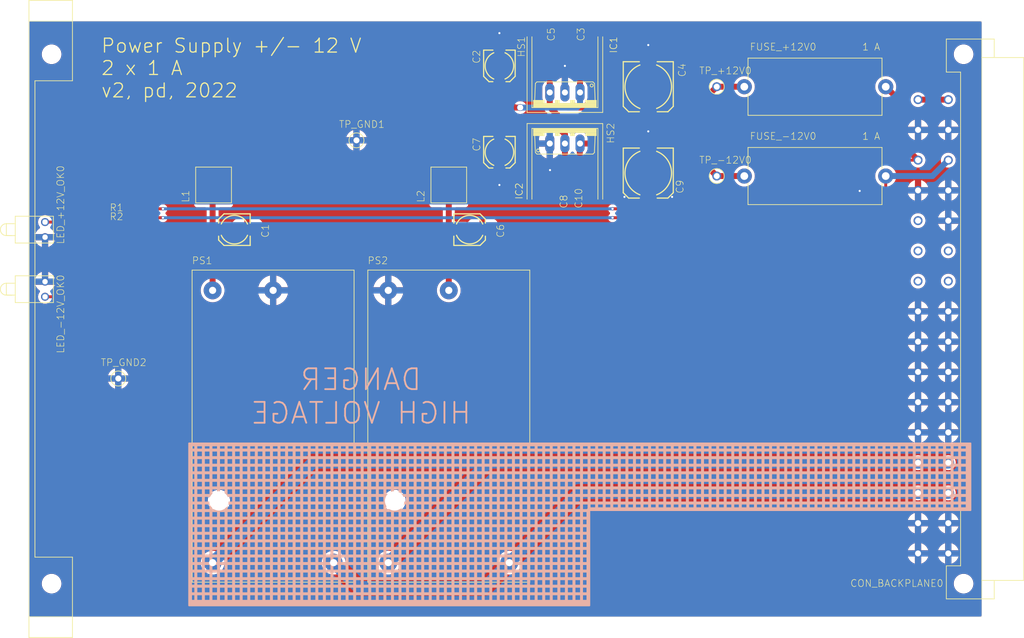
<source format=kicad_pcb>
(kicad_pcb (version 20241229) (generator "pcbnew") (generator_version "9.0")
  (layers (0 "F.Cu" signal) (2 "B.Cu" signal) (13 "F.Paste" user) (15 "B.Paste" user) (5 "F.SilkS" user "F.Silkscreen") (7 "B.SilkS" user "B.Silkscreen") (1 "F.Mask" user) (3 "B.Mask" user) (25 "Edge.Cuts" user))
  (net 0 "")
  (net 1 "GND")
  (net 2 "+5V")
  (net 3 "N")
  (net 4 "L")
  (net 5 "N$12")
  (net 6 "N$7")
  (net 7 "N$8")
  (net 8 "+12V")
  (net 9 "-12V")
  (net 10 "BITE_PS_12V_TS1")
  (net 11 "BITE_PS_12V_TS2")
  (net 12 "N$2")
  (net 13 "N$1")
  (net 14 "N$3")
  (net 15 "BITE_PS_5V_TS1")
  (net 16 "BITE_PS_+5V_CURRENT")
  (net 17 "BITE_PS_5V_TS2")
  (net 18 "N$4")
  (net 19 "N$5")
  (footprint "C0603_18640681" (layer "F.Cu") (at 161.0011 81.0036 90)
    (property "Reference" "C10" (at -5.5 0.5 90) (layer "F.SilkS") (effects (font (size 1.176528 1.176528) (thickness 0.093472)) (justify left bottom)))
    (property "Value" "100n")
    (pad "1" smd rect (at -0.85 0 90) (size 1.1 1) (layers "F.Cu" "F.Mask" "F.Paste") (net 1 "GND"))
    (pad "2" smd rect (at 0.85 0 90) (size 1.1 1) (layers "F.Cu" "F.Mask" "F.Paste") (net 14 "N$3"))
  )
  (footprint "153CLV-0505_18640681" (layer "F.Cu") (at 103.0011 90.0036 180)
    (property "Reference" "C1" (at -4.5 1 90) (layer "F.SilkS") (effects (font (size 1.176528 1.176528) (thickness 0.093472)) (justify right top)))
    (property "Value" "22u/25V")
    (fp_line (start 2.65 1.75) (end 1.75 2.65) (stroke (width 0.2032)) (layer "F.SilkS"))
    (fp_line (start 2.65 1.1) (end 2.65 1.75) (stroke (width 0.2032)) (layer "F.SilkS"))
    (fp_line (start 2.65 -1.75) (end 2.65 -1.1) (stroke (width 0.2032)) (layer "F.SilkS"))
    (fp_line (start 1.75 2.65) (end -2.65 2.65) (stroke (width 0.2032)) (layer "F.SilkS"))
    (fp_line (start 1.75 -2.65) (end 2.65 -1.75) (stroke (width 0.2032)) (layer "F.SilkS"))
    (fp_line (start -2.65 2.65) (end -2.65 1.1) (stroke (width 0.2032)) (layer "F.SilkS"))
    (fp_line (start -2.65 -1.1) (end -2.65 -2.65) (stroke (width 0.2032)) (layer "F.SilkS"))
    (fp_line (start -2.65 -2.65) (end 1.75 -2.65) (stroke (width 0.2032)) (layer "F.SilkS"))
    (fp_arc (start 2.2 0.95) (mid 0 2.396351) (end -2.2 0.95) (stroke (width 0.2032)) (layer "F.SilkS"))
    (fp_arc (start -2.2 -0.95) (mid 0 -2.396351) (end 2.2 -0.95) (stroke (width 0.2032)) (layer "F.SilkS"))
    (pad "+" smd rect (at 2.2 0 180) (size 3 1.6) (layers "F.Cu" "F.Mask" "F.Paste") (net 18 "N$4"))
    (pad "-" smd rect (at -2.2 0 180) (size 3 1.6) (layers "F.Cu" "F.Mask" "F.Paste") (net 1 "GND"))
  )
  (footprint "FK_237_SA_220_O_33584193" (layer "F.Cu") (at 158.5011 73.0036)
    (property "Reference" "HS2" (at 7 -1 90) (layer "F.SilkS") (effects (font (size 1.176528 1.176528) (thickness 0.093472)) (justify right top)))
    (property "Value" "FK 237 SA 220 O")
    (fp_line (start -6.35 -0.81) (end 6.35 -0.81) (stroke (width 0.127)) (layer "F.SilkS"))
    (fp_line (start -6.35 11.89) (end -6.35 -0.81) (stroke (width 0.127)) (layer "F.SilkS"))
    (fp_line (start -5.54 0) (end -5.54 11.89) (stroke (width 0.127)) (layer "F.SilkS"))
    (fp_line (start -5.54 0) (end 5.54 0) (stroke (width 0.127)) (layer "F.SilkS"))
    (fp_line (start 5.54 0) (end 5.54 11.89) (stroke (width 0.127)) (layer "F.SilkS"))
    (fp_line (start 6.35 -0.81) (end 6.35 11.89) (stroke (width 0.127)) (layer "F.SilkS"))
  )
  (footprint "VLS6045AF-101M_31421361" (layer "F.Cu") (at 139.0011 82.5036 -90)
    (property "Reference" "L2" (at 3 4 90) (layer "F.SilkS") (effects (font (size 1.176528 1.176528) (thickness 0.093472)) (justify left bottom)))
    (property "Value" "VLS6045AF-101M")
    (fp_line (start -3 3) (end 3 3) (stroke (width 0.127)) (layer "F.SilkS"))
    (fp_line (start 3 3) (end 3 -3) (stroke (width 0.127)) (layer "F.SilkS"))
    (fp_line (start -3 -3) (end -3 3) (stroke (width 0.127)) (layer "F.SilkS"))
    (fp_line (start 3 -3) (end -3 -3) (stroke (width 0.127)) (layer "F.SilkS"))
    (pad "1" smd rect (at -2.1 0) (size 5.5 2.3) (layers "F.Cu" "F.Mask" "F.Paste") (net 13 "N$1"))
    (pad "2" smd rect (at 2.1 0) (size 5.5 2.3) (layers "F.Cu" "F.Mask" "F.Paste") (net 19 "N$5"))
  )
  (footprint "0031.8201_24323731" (layer "F.Cu") (at 200.5011 66.0036)
    (property "Reference" "FUSE_+12V0" (at -11 -6 0) (layer "F.SilkS") (effects (font (size 1.177908 1.177908) (thickness 0.093582)) (justify left bottom)))
    (property "Value" "0031.8201")
    (fp_line (start -11.25 -4.8) (end 11.25 -4.8) (stroke (width 0.127)) (layer "F.SilkS"))
    (fp_line (start -11.25 -1.2) (end -11.25 -4.8) (stroke (width 0.127)) (layer "F.SilkS"))
    (fp_line (start -11.25 4.8) (end -11.25 1.2) (stroke (width 0.127)) (layer "F.SilkS"))
    (fp_line (start 11.25 -4.8) (end 11.25 -1.2) (stroke (width 0.127)) (layer "F.SilkS"))
    (fp_line (start 11.25 1.2) (end 11.25 4.8) (stroke (width 0.127)) (layer "F.SilkS"))
    (fp_line (start 11.25 4.8) (end -11.25 4.8) (stroke (width 0.127)) (layer "F.SilkS"))
    (pad "1" thru_hole circle (at -11.875 0) (size 2.54 2.54) (drill 1.3) (layers "*.Cu" "*.Mask") (net 7 "N$8"))
    (pad "2" thru_hole circle (at 11.875 0) (size 2.54 2.54) (drill 1.3) (layers "*.Cu" "*.Mask") (net 8 "+12V"))
  )
  (footprint "R0603_18640681" (layer "F.Cu") (at 80.0011 88.0036 180)
    (property "Reference" "R2" (at -2 -0.5 0) (layer "F.SilkS") (effects (font (size 1.176528 1.176528) (thickness 0.093472)) (justify left bottom)))
    (property "Value" "680")
    (pad "1" smd rect (at -0.85 0 180) (size 1 1.1) (layers "F.Cu" "F.Mask" "F.Paste") (net 9 "-12V"))
    (pad "2" smd rect (at 0.85 0 180) (size 1 1.1) (layers "F.Cu" "F.Mask" "F.Paste") (net 12 "N$2"))
  )
  (footprint "153CLV-0505_18640681" (layer "F.Cu") (at 147.5011 62.5036 -90)
    (property "Reference" "C2" (at -2.74 4.52 90) (layer "F.SilkS") (effects (font (size 1.176528 1.176528) (thickness 0.093472)) (justify right top)))
    (property "Value" "22u/25V")
    (fp_line (start -2.65 2.65) (end -2.65 1.1) (stroke (width 0.2032)) (layer "F.SilkS"))
    (fp_line (start 1.75 2.65) (end -2.65 2.65) (stroke (width 0.2032)) (layer "F.SilkS"))
    (fp_line (start 2.65 1.75) (end 1.75 2.65) (stroke (width 0.2032)) (layer "F.SilkS"))
    (fp_line (start 2.65 1.1) (end 2.65 1.75) (stroke (width 0.2032)) (layer "F.SilkS"))
    (fp_line (start -2.65 -1.1) (end -2.65 -2.65) (stroke (width 0.2032)) (layer "F.SilkS"))
    (fp_line (start 2.65 -1.75) (end 2.65 -1.1) (stroke (width 0.2032)) (layer "F.SilkS"))
    (fp_line (start -2.65 -2.65) (end 1.75 -2.65) (stroke (width 0.2032)) (layer "F.SilkS"))
    (fp_line (start 1.75 -2.65) (end 2.65 -1.75) (stroke (width 0.2032)) (layer "F.SilkS"))
    (fp_arc (start 2.2 0.95) (mid 0 2.396351) (end -2.2 0.95) (stroke (width 0.2032)) (layer "F.SilkS"))
    (fp_arc (start -2.2 -0.95) (mid 0 -2.396351) (end 2.2 -0.95) (stroke (width 0.2032)) (layer "F.SilkS"))
    (pad "+" smd rect (at 2.2 0 270) (size 3 1.6) (layers "F.Cu" "F.Mask" "F.Paste") (net 5 "N$12"))
    (pad "-" smd rect (at -2.2 0 270) (size 3 1.6) (layers "F.Cu" "F.Mask" "F.Paste") (net 1 "GND"))
  )
  (footprint "C0603_18640681" (layer "F.Cu") (at 161.0011 61.5036 90)
    (property "Reference" "C3" (at 5.5 -0.5 90) (layer "F.SilkS") (effects (font (size 1.176528 1.176528) (thickness 0.093472)) (justify right top)))
    (property "Value" "100n")
    (pad "1" smd rect (at -0.85 0 90) (size 1.1 1) (layers "F.Cu" "F.Mask" "F.Paste") (net 5 "N$12"))
    (pad "2" smd rect (at 0.85 0 90) (size 1.1 1) (layers "F.Cu" "F.Mask" "F.Paste") (net 1 "GND"))
  )
  (footprint "VLS6045AF-101M_31421361" (layer "F.Cu") (at 99.5011 82.5036 90)
    (property "Reference" "L1" (at -3 -4 90) (layer "F.SilkS") (effects (font (size 1.176528 1.176528) (thickness 0.093472)) (justify left bottom)))
    (property "Value" "VLS6045AF-101M")
    (fp_line (start 3 -3) (end -3 -3) (stroke (width 0.127)) (layer "F.SilkS"))
    (fp_line (start -3 -3) (end -3 3) (stroke (width 0.127)) (layer "F.SilkS"))
    (fp_line (start 3 3) (end 3 -3) (stroke (width 0.127)) (layer "F.SilkS"))
    (fp_line (start -3 3) (end 3 3) (stroke (width 0.127)) (layer "F.SilkS"))
    (pad "1" smd rect (at -2.1 0 180) (size 5.5 2.3) (layers "F.Cu" "F.Mask" "F.Paste") (net 18 "N$4"))
    (pad "2" smd rect (at 2.1 0 180) (size 5.5 2.3) (layers "F.Cu" "F.Mask" "F.Paste") (net 5 "N$12"))
  )
  (footprint "C0603_18640681" (layer "F.Cu") (at 156.0011 61.5036 90)
    (property "Reference" "C5" (at 5.5 -0.5 90) (layer "F.SilkS") (effects (font (size 1.176528 1.176528) (thickness 0.093472)) (justify right top)))
    (property "Value" "100n")
    (pad "1" smd rect (at -0.85 0 90) (size 1.1 1) (layers "F.Cu" "F.Mask" "F.Paste") (net 7 "N$8"))
    (pad "2" smd rect (at 0.85 0 90) (size 1.1 1) (layers "F.Cu" "F.Mask" "F.Paste") (net 1 "GND"))
  )
  (footprint "TMLM_201XX_35462927" (layer "F.Cu") (at 109.5011 123.0036)
    (property "Reference" "PS1" (at -13.687 -27.111 0) (layer "F.SilkS") (effects (font (size 1.176528 1.176528) (thickness 0.093472)) (justify left bottom)))
    (property "Value" "TMLM_20115")
    (fp_line (start -13.6 26.2) (end -13.6 -26.2) (stroke (width 0.127)) (layer "F.SilkS"))
    (fp_line (start 13.6 -26.2) (end -13.6 -26.2) (stroke (width 0.127)) (layer "F.SilkS"))
    (fp_line (start 13.6 26.2) (end -13.6 26.2) (stroke (width 0.127)) (layer "F.SilkS"))
    (fp_line (start 13.6 26.2) (end 13.6 -26.2) (stroke (width 0.127)) (layer "F.SilkS"))
    (pad "" np_thru_hole circle (at -9.1 12.55) (size 3.25 3.25) (drill 3.25) (layers "*.Cu" "*.Mask"))
    (pad "2" thru_hole circle (at -10.16 -22.8 180) (size 3 3) (drill 1.2) (layers "*.Cu" "*.Mask") (net 18 "N$4"))
    (pad "3" thru_hole circle (at 0 -22.8 180) (size 3 3) (drill 1.2) (layers "*.Cu" "*.Mask") (net 1 "GND"))
    (pad "5" thru_hole circle (at 10.16 22.92 180) (size 3 3) (drill 1.2) (layers "*.Cu" "*.Mask") (net 4 "L"))
    (pad "6" thru_hole circle (at -10.16 22.92 180) (size 3 3) (drill 1.2) (layers "*.Cu" "*.Mask") (net 3 "N"))
  )
  (footprint "TMLM_201XX_35462927" (layer "F.Cu") (at 139.0011 123.0036)
    (property "Reference" "PS2" (at -13.687 -27.111 0) (layer "F.SilkS") (effects (font (size 1.176528 1.176528) (thickness 0.093472)) (justify left bottom)))
    (property "Value" "TMLM_20115")
    (fp_line (start -13.6 26.2) (end -13.6 -26.2) (stroke (width 0.127)) (layer "F.SilkS"))
    (fp_line (start 13.6 -26.2) (end -13.6 -26.2) (stroke (width 0.127)) (layer "F.SilkS"))
    (fp_line (start 13.6 26.2) (end -13.6 26.2) (stroke (width 0.127)) (layer "F.SilkS"))
    (fp_line (start 13.6 26.2) (end 13.6 -26.2) (stroke (width 0.127)) (layer "F.SilkS"))
    (pad "" np_thru_hole circle (at -9.1 12.55) (size 3.25 3.25) (drill 3.25) (layers "*.Cu" "*.Mask"))
    (pad "2" thru_hole circle (at -10.16 -22.8 180) (size 3 3) (drill 1.2) (layers "*.Cu" "*.Mask") (net 1 "GND"))
    (pad "3" thru_hole circle (at 0 -22.8 180) (size 3 3) (drill 1.2) (layers "*.Cu" "*.Mask") (net 19 "N$5"))
    (pad "5" thru_hole circle (at 10.16 22.92 180) (size 3 3) (drill 1.2) (layers "*.Cu" "*.Mask") (net 4 "L"))
    (pad "6" thru_hole circle (at -10.16 22.92 180) (size 3 3) (drill 1.2) (layers "*.Cu" "*.Mask") (net 3 "N"))
  )
  (footprint "0031.8201_24323731" (layer "F.Cu") (at 200.5011 81.0036)
    (property "Reference" "FUSE_-12V0" (at -11 -6 0) (layer "F.SilkS") (effects (font (size 1.177908 1.177908) (thickness 0.093582)) (justify left bottom)))
    (property "Value" "0031.8201")
    (fp_line (start -11.25 -4.8) (end 11.25 -4.8) (stroke (width 0.127)) (layer "F.SilkS"))
    (fp_line (start -11.25 -1.2) (end -11.25 -4.8) (stroke (width 0.127)) (layer "F.SilkS"))
    (fp_line (start -11.25 4.8) (end -11.25 1.2) (stroke (width 0.127)) (layer "F.SilkS"))
    (fp_line (start 11.25 -4.8) (end 11.25 -1.2) (stroke (width 0.127)) (layer "F.SilkS"))
    (fp_line (start 11.25 1.2) (end 11.25 4.8) (stroke (width 0.127)) (layer "F.SilkS"))
    (fp_line (start 11.25 4.8) (end -11.25 4.8) (stroke (width 0.127)) (layer "F.SilkS"))
    (pad "1" thru_hole circle (at -11.875 0) (size 2.54 2.54) (drill 1.3) (layers "*.Cu" "*.Mask") (net 14 "N$3"))
    (pad "2" thru_hole circle (at 11.875 0) (size 2.54 2.54) (drill 1.3) (layers "*.Cu" "*.Mask") (net 9 "-12V"))
  )
  (footprint "60807-011_33573280" (layer "F.Cu") (at 72.3011 105.0036)
    (property "Reference" "PCB_BRACKET0" (hide yes))
    (property "Value" "60807-011" (hide yes))
    (fp_line (start -3.8 -53.5) (end -3.8 -50) (stroke (width 0.127)) (layer "F.SilkS"))
    (fp_line (start -3.8 -50) (end -3.8 50) (stroke (width 0.127)) (layer "F.SilkS"))
    (fp_line (start -3.8 50) (end -3.8 53.5) (stroke (width 0.127)) (layer "F.SilkS"))
    (fp_line (start -3.8 50) (end 3.5 50) (stroke (width 0.127)) (layer "F.SilkS"))
    (fp_line (start -3.8 53.5) (end 3.5 53.5) (stroke (width 0.127)) (layer "F.SilkS"))
    (fp_line (start -2.8 40) (end -2.8 -40) (stroke (width 0.127)) (layer "F.SilkS"))
    (fp_line (start -2.8 40) (end 3.5 40) (stroke (width 0.127)) (layer "F.SilkS"))
    (fp_line (start 3.5 -53.5) (end -3.8 -53.5) (stroke (width 0.127)) (layer "F.SilkS"))
    (fp_line (start 3.5 -50) (end -3.8 -50) (stroke (width 0.127)) (layer "F.SilkS"))
    (fp_line (start 3.5 -50) (end 3.5 -53.5) (stroke (width 0.127)) (layer "F.SilkS"))
    (fp_line (start 3.5 -50) (end 3.5 -40) (stroke (width 0.127)) (layer "F.SilkS"))
    (fp_line (start 3.5 -40) (end -2.8 -40) (stroke (width 0.127)) (layer "F.SilkS"))
    (fp_line (start 3.5 40) (end 3.5 50) (stroke (width 0.127)) (layer "F.SilkS"))
    (fp_line (start 3.5 53.5) (end 3.5 50) (stroke (width 0.127)) (layer "F.SilkS"))
    (pad "" np_thru_hole circle (at 0 -44.45) (size 2.8 2.8) (drill 2.8) (layers "*.Cu" "*.Mask"))
    (pad "" np_thru_hole circle (at 0 44.45) (size 2.8 2.8) (drill 2.8) (layers "*.Cu" "*.Mask"))
  )
  (footprint "153CLV-0505_18640681" (layer "F.Cu") (at 147.5011 77.0036 -90)
    (property "Reference" "C7" (at -2.5 4.5 90) (layer "F.SilkS") (effects (font (size 1.176528 1.176528) (thickness 0.093472)) (justify right top)))
    (property "Value" "22u/25V")
    (fp_line (start -2.65 2.65) (end -2.65 1.1) (stroke (width 0.2032)) (layer "F.SilkS"))
    (fp_line (start 1.75 2.65) (end -2.65 2.65) (stroke (width 0.2032)) (layer "F.SilkS"))
    (fp_line (start 2.65 1.75) (end 1.75 2.65) (stroke (width 0.2032)) (layer "F.SilkS"))
    (fp_line (start 2.65 1.1) (end 2.65 1.75) (stroke (width 0.2032)) (layer "F.SilkS"))
    (fp_line (start -2.65 -1.1) (end -2.65 -2.65) (stroke (width 0.2032)) (layer "F.SilkS"))
    (fp_line (start 2.65 -1.75) (end 2.65 -1.1) (stroke (width 0.2032)) (layer "F.SilkS"))
    (fp_line (start -2.65 -2.65) (end 1.75 -2.65) (stroke (width 0.2032)) (layer "F.SilkS"))
    (fp_line (start 1.75 -2.65) (end 2.65 -1.75) (stroke (width 0.2032)) (layer "F.SilkS"))
    (fp_arc (start 2.2 0.95) (mid 0 2.396351) (end -2.2 0.95) (stroke (width 0.2032)) (layer "F.SilkS"))
    (fp_arc (start -2.2 -0.95) (mid 0 -2.396351) (end 2.2 -0.95) (stroke (width 0.2032)) (layer "F.SilkS"))
    (pad "+" smd rect (at 2.2 0 270) (size 3 1.6) (layers "F.Cu" "F.Mask" "F.Paste") (net 1 "GND"))
    (pad "-" smd rect (at -2.2 0 270) (size 3 1.6) (layers "F.Cu" "F.Mask" "F.Paste") (net 13 "N$1"))
  )
  (footprint "113-314-04_33630242" (layer "F.Cu") (at 71.2011 90.0036 -90)
    (property "Reference" "LED_+12V_OK0" (at 2.5 -3.3 90) (layer "F.SilkS") (effects (font (size 1.176528 1.176528) (thickness 0.093472)) (justify left bottom)))
    (property "Value" "113-314-04")
    (fp_line (start -1 6.5) (end 1 6.5) (stroke (width 0.127)) (layer "F.SilkS"))
    (fp_line (start 1 6.5) (end 1 5) (stroke (width 0.127)) (layer "F.SilkS"))
    (fp_line (start 1.016 5.588) (end 1 6.5) (stroke (width 0.127)) (layer "F.SilkS"))
    (fp_line (start -2.25 5) (end -1 5) (stroke (width 0.127)) (layer "F.SilkS"))
    (fp_line (start -1 5) (end -1 6.5) (stroke (width 0.127)) (layer "F.SilkS"))
    (fp_line (start -1 5) (end 1 5) (stroke (width 0.127)) (layer "F.SilkS"))
    (fp_line (start 1 5) (end 2.25 5) (stroke (width 0.127)) (layer "F.SilkS"))
    (fp_line (start 2.25 5) (end 2.25 -1.4) (stroke (width 0.127)) (layer "F.SilkS"))
    (fp_line (start -2.25 -1.4) (end -2.25 5) (stroke (width 0.127)) (layer "F.SilkS"))
    (fp_line (start -2.25 -1.4) (end 2.25 -1.4) (stroke (width 0.127)) (layer "F.SilkS"))
    (fp_arc (start 1 6.5) (mid 0 7.5) (end -1 6.5) (stroke (width 0.127)) (layer "F.SilkS"))
    (pad "+" thru_hole circle (at -1.27 0 270) (size 1.35 1.35) (drill 0.9) (layers "*.Cu" "*.Mask") (net 6 "N$7"))
    (pad "-" thru_hole circle (at 1.27 0 270) (size 1.35 1.35) (drill 0.9) (layers "*.Cu" "*.Mask") (net 1 "GND"))
  )
  (footprint "RSPRO-1MM-TERMINAL-POST-2622034_23908750" (layer "F.Cu") (at 184.0011 66.0036)
    (property "Reference" "TP_+12V0" (at -3 -2 0) (layer "F.SilkS") (effects (font (size 1.176528 1.176528) (thickness 0.093472)) (justify left bottom)))
    (property "Value" "" (hide yes))
    (fp_circle (center 0 0) (end 1.25 0) (stroke (width 0.127)) (fill no) (layer "F.SilkS"))
    (pad "P$1" thru_hole circle (at 0 0) (size 1.5 1.5) (drill 1) (layers "*.Cu" "*.Mask") (net 7 "N$8"))
  )
  (footprint "09031326921_33573412" (layer "F.Cu") (at 228.5011 105.0036 90)
    (property "Reference" "CON_BACKPLANE0" (at -45.08 -22.14 0) (layer "F.SilkS") (effects (font (size 1.176528 1.176528) (thickness 0.093472)) (justify left bottom)))
    (property "Value" "09031326921")
    (fp_line (start 47 -5.95) (end 47 0) (stroke (width 0.127)) (layer "F.SilkS"))
    (fp_line (start 41.45 -5.95) (end 47 -5.95) (stroke (width 0.127)) (layer "F.SilkS"))
    (fp_line (start -41.45 -5.95) (end -41.45 -3.55) (stroke (width 0.127)) (layer "F.SilkS"))
    (fp_line (start -47 -5.95) (end -41.45 -5.95) (stroke (width 0.127)) (layer "F.SilkS"))
    (fp_line (start 41.45 -3.55) (end 41.45 -5.95) (stroke (width 0.127)) (layer "F.SilkS"))
    (fp_line (start -41.45 -3.55) (end 41.45 -3.55) (stroke (width 0.127)) (layer "F.SilkS"))
    (fp_line (start 47 0) (end 43.9 0) (stroke (width 0.127)) (layer "F.SilkS"))
    (fp_line (start 47 0) (end 47 2.1) (stroke (width 0.127)) (layer "F.SilkS"))
    (fp_line (start 43.9 0) (end -43.9 0) (stroke (width 0.127)) (layer "F.SilkS"))
    (fp_line (start -43.9 0) (end -47 0) (stroke (width 0.127)) (layer "F.SilkS"))
    (fp_line (start -43.9 0) (end -43.9 7.05) (stroke (width 0.127)) (layer "F.SilkS"))
    (fp_line (start -47 0) (end -47 -5.95) (stroke (width 0.127)) (layer "F.SilkS"))
    (fp_line (start -47 0) (end -47 2.1) (stroke (width 0.127)) (layer "F.SilkS"))
    (fp_line (start 47 2.1) (end 44 2.1) (stroke (width 0.127)) (layer "F.SilkS"))
    (fp_line (start -47 2.1) (end -44 2.1) (stroke (width 0.127)) (layer "F.SilkS"))
    (fp_line (start 43.9 7.05) (end 43.9 0) (stroke (width 0.127)) (layer "F.SilkS"))
    (fp_line (start -43.9 7.05) (end 43.9 7.05) (stroke (width 0.127)) (layer "F.SilkS"))
    (pad "" np_thru_hole circle (at -44.45 -3.05 90) (size 2.8 2.8) (drill 2.8) (layers "*.Cu" "*.Mask"))
    (pad "" np_thru_hole circle (at 44.45 -3.05 90) (size 2.8 2.8) (drill 2.8) (layers "*.Cu" "*.Mask"))
    (pad "1" thru_hole circle (at 36.83 -10.7 90) (size 1.5 1.5) (drill 1) (layers "*.Cu" "*.Mask") (net 2 "+5V"))
    (pad "2" thru_hole circle (at 36.83 -5.62 90) (size 1.5 1.5) (drill 1) (layers "*.Cu" "*.Mask") (net 2 "+5V"))
    (pad "3" thru_hole circle (at 31.75 -10.7 90) (size 1.5 1.5) (drill 1) (layers "*.Cu" "*.Mask") (net 1 "GND"))
    (pad "4" thru_hole circle (at 31.75 -5.62 90) (size 1.5 1.5) (drill 1) (layers "*.Cu" "*.Mask") (net 1 "GND"))
    (pad "5" thru_hole circle (at 26.67 -10.7 90) (size 1.5 1.5) (drill 1) (layers "*.Cu" "*.Mask") (net 8 "+12V"))
    (pad "6" thru_hole circle (at 26.67 -5.62 90) (size 1.5 1.5) (drill 1) (layers "*.Cu" "*.Mask") (net 9 "-12V"))
    (pad "7" thru_hole circle (at 21.59 -10.7 90) (size 1.5 1.5) (drill 1) (layers "*.Cu" "*.Mask") (net 1 "GND"))
    (pad "8" thru_hole circle (at 21.59 -5.62 90) (size 1.5 1.5) (drill 1) (layers "*.Cu" "*.Mask") (net 1 "GND"))
    (pad "9" thru_hole circle (at 16.51 -10.7 90) (size 1.5 1.5) (drill 1) (layers "*.Cu" "*.Mask") (net 16 "BITE_PS_+5V_CURRENT"))
    (pad "10" thru_hole circle (at 16.51 -5.62 90) (size 1.5 1.5) (drill 1) (layers "*.Cu" "*.Mask") (net 1 "GND"))
    (pad "11" thru_hole circle (at 11.43 -10.7 90) (size 1.5 1.5) (drill 1) (layers "*.Cu" "*.Mask") (net 15 "BITE_PS_5V_TS1"))
    (pad "12" thru_hole circle (at 11.43 -5.62 90) (size 1.5 1.5) (drill 1) (layers "*.Cu" "*.Mask") (net 17 "BITE_PS_5V_TS2"))
    (pad "13" thru_hole circle (at 6.35 -10.7 90) (size 1.5 1.5) (drill 1) (layers "*.Cu" "*.Mask") (net 10 "BITE_PS_12V_TS1"))
    (pad "14" thru_hole circle (at 6.35 -5.62 90) (size 1.5 1.5) (drill 1) (layers "*.Cu" "*.Mask") (net 11 "BITE_PS_12V_TS2"))
    (pad "15" thru_hole circle (at 1.27 -10.7 90) (size 1.5 1.5) (drill 1) (layers "*.Cu" "*.Mask") (net 1 "GND"))
    (pad "16" thru_hole circle (at 1.27 -5.62 90) (size 1.5 1.5) (drill 1) (layers "*.Cu" "*.Mask") (net 1 "GND"))
    (pad "17" thru_hole circle (at -3.81 -10.7 90) (size 1.5 1.5) (drill 1) (layers "*.Cu" "*.Mask") (net 1 "GND"))
    (pad "18" thru_hole circle (at -3.81 -5.62 90) (size 1.5 1.5) (drill 1) (layers "*.Cu" "*.Mask") (net 1 "GND"))
    (pad "19" thru_hole circle (at -8.89 -10.7 90) (size 1.5 1.5) (drill 1) (layers "*.Cu" "*.Mask") (net 1 "GND"))
    (pad "20" thru_hole circle (at -8.89 -5.62 90) (size 1.5 1.5) (drill 1) (layers "*.Cu" "*.Mask") (net 1 "GND"))
    (pad "21" thru_hole circle (at -13.97 -10.7 90) (size 1.5 1.5) (drill 1) (layers "*.Cu" "*.Mask") (net 1 "GND"))
    (pad "22" thru_hole circle (at -13.97 -5.62 90) (size 1.5 1.5) (drill 1) (layers "*.Cu" "*.Mask") (net 1 "GND"))
    (pad "23" thru_hole circle (at -19.05 -10.7 90) (size 1.5 1.5) (drill 1) (layers "*.Cu" "*.Mask") (net 1 "GND"))
    (pad "24" thru_hole circle (at -19.05 -5.62 90) (size 1.5 1.5) (drill 1) (layers "*.Cu" "*.Mask") (net 1 "GND"))
    (pad "25" thru_hole circle (at -24.13 -10.7 90) (size 1.5 1.5) (drill 1) (layers "*.Cu" "*.Mask") (net 3 "N"))
    (pad "26" thru_hole circle (at -24.13 -5.62 90) (size 1.5 1.5) (drill 1) (layers "*.Cu" "*.Mask") (net 3 "N"))
    (pad "27" thru_hole circle (at -29.21 -10.7 90) (size 1.5 1.5) (drill 1) (layers "*.Cu" "*.Mask") (net 4 "L"))
    (pad "28" thru_hole circle (at -29.21 -5.62 90) (size 1.5 1.5) (drill 1) (layers "*.Cu" "*.Mask") (net 4 "L"))
    (pad "29" thru_hole circle (at -34.29 -10.7 90) (size 1.5 1.5) (drill 1) (layers "*.Cu" "*.Mask") (net 1 "GND"))
    (pad "30" thru_hole circle (at -34.29 -5.62 90) (size 1.5 1.5) (drill 1) (layers "*.Cu" "*.Mask") (net 1 "GND"))
    (pad "31" thru_hole circle (at -39.37 -10.7 90) (size 1.5 1.5) (drill 1) (layers "*.Cu" "*.Mask") (net 1 "GND"))
    (pad "32" thru_hole circle (at -39.37 -5.62 90) (size 1.5 1.5) (drill 1) (layers "*.Cu" "*.Mask") (net 1 "GND"))
  )
  (footprint "L7912CV_35690127" (layer "F.Cu") (at 158.5011 73.0036)
    (property "Reference" "IC2" (at -7 12 90) (layer "F.SilkS") (effects (font (size 1.1557 1.1557) (thickness 0.1143)) (justify left bottom)))
    (property "Value" "L7912CV")
    (fp_line (start -4.953 4.064) (end -5.08 1.143) (stroke (width 0.127)) (layer "F.SilkS"))
    (fp_line (start -4.953 4.064) (end -4.699 4.318) (stroke (width 0.127)) (layer "F.SilkS"))
    (fp_line (start 4.699 4.318) (end -4.699 4.318) (stroke (width 0.127)) (layer "F.SilkS"))
    (fp_line (start 4.699 4.318) (end 4.953 4.064) (stroke (width 0.127)) (layer "F.SilkS"))
    (fp_line (start 5.08 1.143) (end 4.953 4.064) (stroke (width 0.127)) (layer "F.SilkS"))
    (fp_circle (center -4.4958 3.7084) (end -4.2418 3.7084) (stroke (width 0.127)) (fill no) (layer "F.SilkS"))
    (fp_poly (pts (xy -5.334 0.762) (xy 5.334 0.762) (xy 5.334 0) (xy -5.334 0)) (fill yes) (layer "F.SilkS"))
    (fp_poly (pts (xy -5.334 1.27) (xy -3.429 1.27) (xy -3.429 0.762) (xy -5.334 0.762)) (fill yes) (layer "F.SilkS"))
    (fp_poly (pts (xy -1.651 1.27) (xy -0.889 1.27) (xy -0.889 0.762) (xy -1.651 0.762)) (fill yes) (layer "F.SilkS"))
    (fp_poly (pts (xy 0.889 1.27) (xy 1.651 1.27) (xy 1.651 0.762) (xy 0.889 0.762)) (fill yes) (layer "F.SilkS"))
    (fp_poly (pts (xy 3.429 1.27) (xy 5.334 1.27) (xy 5.334 0.762) (xy 3.429 0.762)) (fill yes) (layer "F.SilkS"))
    (pad "1" thru_hole oval (at -2.54 2.54 90) (size 3.048 1.524) (drill 1.016) (layers "*.Cu" "*.Mask") (net 1 "GND"))
    (pad "2" thru_hole oval (at 0 2.54 90) (size 3.048 1.524) (drill 1.016) (layers "*.Cu" "*.Mask") (net 13 "N$1"))
    (pad "3" thru_hole oval (at 2.54 2.54 90) (size 3.048 1.524) (drill 1.016) (layers "*.Cu" "*.Mask") (net 14 "N$3"))
  )
  (footprint "R0603_18640681" (layer "F.Cu") (at 80.0011 86.5036)
    (property "Reference" "R1" (at 2 0.5 0) (layer "F.SilkS") (effects (font (size 1.176528 1.176528) (thickness 0.093472)) (justify left bottom)))
    (property "Value" "680")
    (pad "1" smd rect (at -0.85 0) (size 1 1.1) (layers "F.Cu" "F.Mask" "F.Paste") (net 6 "N$7"))
    (pad "2" smd rect (at 0.85 0) (size 1 1.1) (layers "F.Cu" "F.Mask" "F.Paste") (net 8 "+12V"))
  )
  (footprint "RSPRO-1MM-TERMINAL-POST-2622034_23908750" (layer "F.Cu") (at 83.5011 115.0036)
    (property "Reference" "TP_GND2" (at -3 -2 0) (layer "F.SilkS") (effects (font (size 1.176528 1.176528) (thickness 0.093472)) (justify left bottom)))
    (property "Value" "" (hide yes))
    (fp_circle (center 0 0) (end 1.25 0) (stroke (width 0.127)) (fill no) (layer "F.SilkS"))
    (pad "P$1" thru_hole circle (at 0 0) (size 1.5 1.5) (drill 1) (layers "*.Cu" "*.Mask") (net 1 "GND"))
  )
  (footprint "RSPRO-1MM-TERMINAL-POST-2622034_23908750" (layer "F.Cu") (at 184.0011 81.0036)
    (property "Reference" "TP_-12V0" (at -3 -2 0) (layer "F.SilkS") (effects (font (size 1.176528 1.176528) (thickness 0.093472)) (justify left bottom)))
    (property "Value" "" (hide yes))
    (fp_circle (center 0 0) (end 1.25 0) (stroke (width 0.127)) (fill no) (layer "F.SilkS"))
    (pad "P$1" thru_hole circle (at 0 0) (size 1.5 1.5) (drill 1) (layers "*.Cu" "*.Mask") (net 14 "N$3"))
  )
  (footprint "C0603_18640681" (layer "F.Cu") (at 158.5011 81.0036 90)
    (property "Reference" "C8" (at -5.5 0.5 90) (layer "F.SilkS") (effects (font (size 1.176528 1.176528) (thickness 0.093472)) (justify left bottom)))
    (property "Value" "100n")
    (pad "1" smd rect (at -0.85 0 90) (size 1.1 1) (layers "F.Cu" "F.Mask" "F.Paste") (net 1 "GND"))
    (pad "2" smd rect (at 0.85 0 90) (size 1.1 1) (layers "F.Cu" "F.Mask" "F.Paste") (net 13 "N$1"))
  )
  (footprint "153CLV-0810_18640681" (layer "F.Cu") (at 172.5011 66.0036 -90)
    (property "Reference" "C4" (at -4 -5 90) (layer "F.SilkS") (effects (font (size 1.176528 1.176528) (thickness 0.093472)) (justify right top)))
    (property "Value" "100u/25V")
    (fp_line (start -4.2 4.2) (end -4.2 1.5) (stroke (width 0.2032)) (layer "F.SilkS"))
    (fp_line (start 3.3 4.2) (end -4.2 4.2) (stroke (width 0.2032)) (layer "F.SilkS"))
    (fp_line (start 4.2 3.3) (end 3.3 4.2) (stroke (width 0.2032)) (layer "F.SilkS"))
    (fp_line (start 4.2 1.5) (end 4.2 3.3) (stroke (width 0.2032)) (layer "F.SilkS"))
    (fp_line (start -4.2 -1.5) (end -4.2 -4.2) (stroke (width 0.2032)) (layer "F.SilkS"))
    (fp_line (start 4.2 -3.3) (end 4.2 -1.5) (stroke (width 0.2032)) (layer "F.SilkS"))
    (fp_line (start -4.2 -4.2) (end 3.3 -4.2) (stroke (width 0.2032)) (layer "F.SilkS"))
    (fp_line (start 3.3 -4.2) (end 4.2 -3.3) (stroke (width 0.2032)) (layer "F.SilkS"))
    (fp_arc (start 3.65 1.4) (mid 0 3.909284) (end -3.65 1.4) (stroke (width 0.2032)) (layer "F.SilkS"))
    (fp_arc (start -3.65 -1.4) (mid 0 -3.909284) (end 3.65 -1.4) (stroke (width 0.2032)) (layer "F.SilkS"))
    (pad "+" smd rect (at 3.25 0 270) (size 3.5 2.5) (layers "F.Cu" "F.Mask" "F.Paste") (net 7 "N$8"))
    (pad "-" smd rect (at -3.25 0 270) (size 3.5 2.5) (layers "F.Cu" "F.Mask" "F.Paste") (net 1 "GND"))
  )
  (footprint "L7812CV_35690097" (layer "F.Cu") (at 158.5011 69.5036 180)
    (property "Reference" "IC1" (at -7.5 12 90) (layer "F.SilkS") (effects (font (size 1.1557 1.1557) (thickness 0.1143)) (justify right top)))
    (property "Value" "L7812CV")
    (fp_line (start 5.08 1.143) (end 4.953 4.064) (stroke (width 0.127)) (layer "F.SilkS"))
    (fp_line (start 4.699 4.318) (end 4.953 4.064) (stroke (width 0.127)) (layer "F.SilkS"))
    (fp_line (start 4.699 4.318) (end -4.699 4.318) (stroke (width 0.127)) (layer "F.SilkS"))
    (fp_line (start -4.953 4.064) (end -4.699 4.318) (stroke (width 0.127)) (layer "F.SilkS"))
    (fp_line (start -4.953 4.064) (end -5.08 1.143) (stroke (width 0.127)) (layer "F.SilkS"))
    (fp_circle (center -4.4958 3.7084) (end -4.2418 3.7084) (stroke (width 0.127)) (fill no) (layer "F.SilkS"))
    (fp_poly (pts (xy 3.429 1.27) (xy 5.334 1.27) (xy 5.334 0.762) (xy 3.429 0.762)) (fill yes) (layer "F.SilkS"))
    (fp_poly (pts (xy 0.889 1.27) (xy 1.651 1.27) (xy 1.651 0.762) (xy 0.889 0.762)) (fill yes) (layer "F.SilkS"))
    (fp_poly (pts (xy -1.651 1.27) (xy -0.889 1.27) (xy -0.889 0.762) (xy -1.651 0.762)) (fill yes) (layer "F.SilkS"))
    (fp_poly (pts (xy -5.334 1.27) (xy -3.429 1.27) (xy -3.429 0.762) (xy -5.334 0.762)) (fill yes) (layer "F.SilkS"))
    (fp_poly (pts (xy -5.334 0.762) (xy 5.334 0.762) (xy 5.334 0) (xy -5.334 0)) (fill yes) (layer "F.SilkS"))
    (pad "1" thru_hole oval (at -2.54 2.54 270) (size 3.048 1.524) (drill 1.016) (layers "*.Cu" "*.Mask") (net 5 "N$12"))
    (pad "2" thru_hole oval (at 0 2.54 270) (size 3.048 1.524) (drill 1.016) (layers "*.Cu" "*.Mask") (net 1 "GND"))
    (pad "3" thru_hole oval (at 2.54 2.54 270) (size 3.048 1.524) (drill 1.016) (layers "*.Cu" "*.Mask") (net 7 "N$8"))
  )
  (footprint "FK_237_SA_220_O_33584193" (layer "F.Cu") (at 158.5011 69.5036 180)
    (property "Reference" "HS1" (at 8 12 90) (layer "F.SilkS") (effects (font (size 1.176528 1.176528) (thickness 0.093472)) (justify right top)))
    (property "Value" "FK 237 SA 220 O")
    (fp_line (start 6.35 -0.81) (end 6.35 11.89) (stroke (width 0.127)) (layer "F.SilkS"))
    (fp_line (start 5.54 0) (end 5.54 11.89) (stroke (width 0.127)) (layer "F.SilkS"))
    (fp_line (start -5.54 0) (end 5.54 0) (stroke (width 0.127)) (layer "F.SilkS"))
    (fp_line (start -5.54 0) (end -5.54 11.89) (stroke (width 0.127)) (layer "F.SilkS"))
    (fp_line (start -6.35 11.89) (end -6.35 -0.81) (stroke (width 0.127)) (layer "F.SilkS"))
    (fp_line (start -6.35 -0.81) (end 6.35 -0.81) (stroke (width 0.127)) (layer "F.SilkS"))
  )
  (footprint "RSPRO-1MM-TERMINAL-POST-2622034_23908750" (layer "F.Cu") (at 123.5011 75.0036)
    (property "Reference" "TP_GND1" (at -3 -2 0) (layer "F.SilkS") (effects (font (size 1.176528 1.176528) (thickness 0.093472)) (justify left bottom)))
    (property "Value" "" (hide yes))
    (fp_circle (center 0 0) (end 1.25 0) (stroke (width 0.127)) (fill no) (layer "F.SilkS"))
    (pad "P$1" thru_hole circle (at 0 0) (size 1.5 1.5) (drill 1) (layers "*.Cu" "*.Mask") (net 1 "GND"))
  )
  (footprint "153CLV-0810_18640681" (layer "F.Cu") (at 172.5011 80.5036 -90)
    (property "Reference" "C9" (at 3.5 -6 90) (layer "F.SilkS") (effects (font (size 1.176528 1.176528) (thickness 0.093472)) (justify left bottom)))
    (property "Value" "100u/25V")
    (fp_line (start -4.2 4.2) (end -4.2 1.5) (stroke (width 0.2032)) (layer "F.SilkS"))
    (fp_line (start 3.3 4.2) (end -4.2 4.2) (stroke (width 0.2032)) (layer "F.SilkS"))
    (fp_line (start 4.2 3.3) (end 3.3 4.2) (stroke (width 0.2032)) (layer "F.SilkS"))
    (fp_line (start 4.2 1.5) (end 4.2 3.3) (stroke (width 0.2032)) (layer "F.SilkS"))
    (fp_line (start -4.2 -1.5) (end -4.2 -4.2) (stroke (width 0.2032)) (layer "F.SilkS"))
    (fp_line (start 4.2 -3.3) (end 4.2 -1.5) (stroke (width 0.2032)) (layer "F.SilkS"))
    (fp_line (start -4.2 -4.2) (end 3.3 -4.2) (stroke (width 0.2032)) (layer "F.SilkS"))
    (fp_line (start 3.3 -4.2) (end 4.2 -3.3) (stroke (width 0.2032)) (layer "F.SilkS"))
    (fp_arc (start 3.65 1.4) (mid 0 3.909284) (end -3.65 1.4) (stroke (width 0.2032)) (layer "F.SilkS"))
    (fp_arc (start -3.65 -1.4) (mid 0 -3.909284) (end 3.65 -1.4) (stroke (width 0.2032)) (layer "F.SilkS"))
    (pad "+" smd rect (at 3.25 0 270) (size 3.5 2.5) (layers "F.Cu" "F.Mask" "F.Paste") (net 1 "GND"))
    (pad "-" smd rect (at -3.25 0 270) (size 3.5 2.5) (layers "F.Cu" "F.Mask" "F.Paste") (net 14 "N$3"))
  )
  (footprint "153CLV-0505_18640681" (layer "F.Cu") (at 142.5011 90.0036)
    (property "Reference" "C6" (at 4.5 -1 90) (layer "F.SilkS") (effects (font (size 1.176528 1.176528) (thickness 0.093472)) (justify right top)))
    (property "Value" "22u/25V")
    (fp_line (start -2.65 -2.65) (end 1.75 -2.65) (stroke (width 0.2032)) (layer "F.SilkS"))
    (fp_line (start -2.65 -1.1) (end -2.65 -2.65) (stroke (width 0.2032)) (layer "F.SilkS"))
    (fp_line (start -2.65 2.65) (end -2.65 1.1) (stroke (width 0.2032)) (layer "F.SilkS"))
    (fp_line (start 1.75 -2.65) (end 2.65 -1.75) (stroke (width 0.2032)) (layer "F.SilkS"))
    (fp_line (start 1.75 2.65) (end -2.65 2.65) (stroke (width 0.2032)) (layer "F.SilkS"))
    (fp_line (start 2.65 -1.75) (end 2.65 -1.1) (stroke (width 0.2032)) (layer "F.SilkS"))
    (fp_line (start 2.65 1.1) (end 2.65 1.75) (stroke (width 0.2032)) (layer "F.SilkS"))
    (fp_line (start 2.65 1.75) (end 1.75 2.65) (stroke (width 0.2032)) (layer "F.SilkS"))
    (fp_arc (start -2.2 -0.95) (mid 0 -2.396351) (end 2.2 -0.95) (stroke (width 0.2032)) (layer "F.SilkS"))
    (fp_arc (start 2.2 0.95) (mid 0 2.396351) (end -2.2 0.95) (stroke (width 0.2032)) (layer "F.SilkS"))
    (pad "+" smd rect (at 2.2 0) (size 3 1.6) (layers "F.Cu" "F.Mask" "F.Paste") (net 1 "GND"))
    (pad "-" smd rect (at -2.2 0) (size 3 1.6) (layers "F.Cu" "F.Mask" "F.Paste") (net 19 "N$5"))
  )
  (footprint "113-314-04_33630242" (layer "F.Cu") (at 71.2011 100.0036 -90)
    (property "Reference" "LED_-12V_OK0" (at -2.5 -3.3 90) (layer "F.SilkS") (effects (font (size 1.176528 1.176528) (thickness 0.093472)) (justify right bottom)))
    (property "Value" "113-314-04")
    (fp_line (start -1 6.5) (end 1 6.5) (stroke (width 0.127)) (layer "F.SilkS"))
    (fp_line (start 1 6.5) (end 1 5) (stroke (width 0.127)) (layer "F.SilkS"))
    (fp_line (start 1.016 5.588) (end 1 6.5) (stroke (width 0.127)) (layer "F.SilkS"))
    (fp_line (start -2.25 5) (end -1 5) (stroke (width 0.127)) (layer "F.SilkS"))
    (fp_line (start -1 5) (end -1 6.5) (stroke (width 0.127)) (layer "F.SilkS"))
    (fp_line (start -1 5) (end 1 5) (stroke (width 0.127)) (layer "F.SilkS"))
    (fp_line (start 1 5) (end 2.25 5) (stroke (width 0.127)) (layer "F.SilkS"))
    (fp_line (start 2.25 5) (end 2.25 -1.4) (stroke (width 0.127)) (layer "F.SilkS"))
    (fp_line (start -2.25 -1.4) (end -2.25 5) (stroke (width 0.127)) (layer "F.SilkS"))
    (fp_line (start -2.25 -1.4) (end 2.25 -1.4) (stroke (width 0.127)) (layer "F.SilkS"))
    (fp_arc (start 1 6.5) (mid 0 7.5) (end -1 6.5) (stroke (width 0.127)) (layer "F.SilkS"))
    (pad "+" thru_hole circle (at -1.27 0 270) (size 1.35 1.35) (drill 0.9) (layers "*.Cu" "*.Mask") (net 1 "GND"))
    (pad "-" thru_hole circle (at 1.27 0 270) (size 1.35 1.35) (drill 0.9) (layers "*.Cu" "*.Mask") (net 12 "N$2"))
  )
  (gr_line (start 68.5011 155.0036) (end 228.5011 155.0036) (stroke (width 0.05)) (layer "Edge.Cuts"))
  (gr_line (start 68.5011 55.0036) (end 68.5011 155.0036) (stroke (width 0.05)) (layer "Edge.Cuts"))
  (gr_line (start 68.5011 55.0036) (end 228.5011 55.0036) (stroke (width 0.05)) (layer "Edge.Cuts"))
  (gr_line (start 228.5011 155.0036) (end 228.5011 55.0036) (stroke (width 0.05)) (layer "Edge.Cuts"))
  (gr_text "1 A" (at 211.5011 60.0036 0) (layer "F.SilkS") (effects (font (size 1.1684 1.1684) (thickness 0.1016)) (justify right bottom)))
  (gr_text "Power Supply +/- 12 V\n2 x 1 A\nv2, pd, 2022" (at 80.5011 68.0036 0) (layer "F.SilkS") (effects (font (size 2.3368 2.3368) (thickness 0.2032)) (justify left bottom)))
  (gr_text "1 A" (at 211.5011 75.0036 0) (layer "F.SilkS") (effects (font (size 1.1684 1.1684) (thickness 0.1016)) (justify right bottom)))
  (gr_text "DANGER\nHIGH VOLTAGE" (at 124.2511 118.0036 0) (layer "B.SilkS") (effects (font (size 3.5052 3.5052) (thickness 0.3048)) (justify mirror)))
  (via (at 156.0011 80.0036) (size 0.5024) (drill 0.35) (layers "F.Cu" "B.Cu") (net 1))
  (via (at 158.5011 62.5036) (size 0.5024) (drill 0.35) (layers "F.Cu" "B.Cu") (net 1))
  (via (at 147.5011 57.0036) (size 0.5024) (drill 0.35) (layers "F.Cu" "B.Cu") (net 1))
  (via (at 176.5011 84.5036) (size 0.5024) (drill 0.35) (layers "F.Cu" "B.Cu") (net 1))
  (via (at 208.0011 83.5036) (size 0.5024) (drill 0.35) (layers "F.Cu" "B.Cu") (net 1))
  (via (at 147.5011 82.5036) (size 0.5024) (drill 0.35) (layers "F.Cu" "B.Cu") (net 1))
  (via (at 172.5011 73.5036) (size 0.5024) (drill 0.35) (layers "F.Cu" "B.Cu") (net 1))
  (via (at 172.5011 59.0036) (size 0.5024) (drill 0.35) (layers "F.Cu" "B.Cu") (net 1))
  (via (at 168.5011 84.5036) (size 0.5024) (drill 0.35) (layers "F.Cu" "B.Cu") (net 1))
  (segment (start 217.8011 68.1736) (end 222.8811 68.1736) (width 1) (layer "F.Cu") (net 2))
  (segment (start 145.6311 129.1336) (end 146.0011 129.1336) (width 2) (layer "B.Cu") (net 3))
  (segment (start 116.1311 129.1336) (end 145.6311 129.1336) (width 2) (layer "B.Cu") (net 3))
  (segment (start 128.8411 145.9236) (end 145.6311 129.1336) (width 2) (layer "B.Cu") (net 3))
  (segment (start 99.3411 145.9236) (end 116.1311 129.1336) (width 2) (layer "B.Cu") (net 3))
  (segment (start 146.0011 129.1336) (end 217.8011 129.1336) (width 2) (layer "B.Cu") (net 3))
  (segment (start 222.8811 129.1336) (end 217.8011 129.1336) (width 2) (layer "B.Cu") (net 3))
  (segment (start 119.6611 145.9236) (end 123.7411 150.0036) (width 2) (layer "B.Cu") (net 4))
  (segment (start 222.8811 134.2136) (end 217.8011 134.2136) (width 2) (layer "B.Cu") (net 4))
  (segment (start 145.0811 150.0036) (end 149.1611 145.9236) (width 2) (layer "B.Cu") (net 4))
  (segment (start 217.8011 134.2136) (end 160.8711 134.2136) (width 2) (layer "B.Cu") (net 4))
  (segment (start 123.7411 150.0036) (end 145.0811 150.0036) (width 2) (layer "B.Cu") (net 4))
  (segment (start 160.8711 134.2136) (end 149.1611 145.9236) (width 2) (layer "B.Cu") (net 4))
  (segment (start 150.0411 69.5036) (end 151.0011 69.5036) (width 1) (layer "F.Cu") (net 5))
  (segment (start 161.0411 66.9636) (end 161.0411 62.3936) (width 1) (layer "F.Cu") (net 5))
  (segment (start 99.5011 80.4036) (end 99.5011 76.0036) (width 1) (layer "F.Cu") (net 5))
  (segment (start 108.5411 66.9636) (end 147.5011 66.9636) (width 1) (layer "F.Cu") (net 5))
  (segment (start 147.5011 66.9636) (end 150.0411 69.5036) (width 1) (layer "F.Cu") (net 5))
  (segment (start 99.5011 76.0036) (end 108.5411 66.9636) (width 1) (layer "F.Cu") (net 5))
  (segment (start 147.5011 64.7036) (end 147.5011 66.9636) (width 1) (layer "F.Cu") (net 5))
  (segment (start 161.0411 62.3936) (end 161.0011 62.3536) (width 1) (layer "F.Cu") (net 5))
  (via (at 151.0011 69.5036) (size 1.1524) (drill 1) (layers "F.Cu" "B.Cu") (net 5))
  (segment (start 160.5011 69.5036) (end 161.0411 68.9636) (width 1) (layer "B.Cu") (net 5))
  (segment (start 151.0011 69.5036) (end 160.5011 69.5036) (width 1) (layer "B.Cu") (net 5))
  (segment (start 161.0411 68.9636) (end 161.0411 66.9636) (width 1) (layer "B.Cu") (net 5))
  (segment (start 76.9311 86.5036) (end 79.1511 86.5036) (width 0.5) (layer "F.Cu") (net 6))
  (segment (start 76.9311 86.5036) (end 74.7011 88.7336) (width 0.5) (layer "F.Cu") (net 6))
  (segment (start 71.2011 88.7336) (end 74.7011 88.7336) (width 0.5) (layer "F.Cu") (net 6))
  (segment (start 155.9611 66.9636) (end 155.9611 62.3936) (width 1) (layer "F.Cu") (net 7))
  (segment (start 184.0011 66.0036) (end 179.0011 71.0036) (width 1) (layer "F.Cu") (net 7))
  (segment (start 155.9611 69.4636) (end 155.9611 66.9636) (width 1) (layer "F.Cu") (net 7))
  (segment (start 172.5011 69.2536) (end 172.5011 71.0036) (width 1) (layer "F.Cu") (net 7))
  (segment (start 172.5011 71.0036) (end 157.5011 71.0036) (width 1) (layer "F.Cu") (net 7))
  (segment (start 188.6261 66.0036) (end 184.0011 66.0036) (width 1) (layer "F.Cu") (net 7))
  (segment (start 157.5011 71.0036) (end 155.9611 69.4636) (width 1) (layer "F.Cu") (net 7))
  (segment (start 179.0011 71.0036) (end 172.5011 71.0036) (width 1) (layer "F.Cu") (net 7))
  (segment (start 155.9611 62.3936) (end 156.0011 62.3536) (width 1) (layer "F.Cu") (net 7))
  (segment (start 201.0011 86.5036) (end 209.1711 78.3336) (width 0.5) (layer "F.Cu") (net 8))
  (segment (start 212.3761 66.0036) (end 214.5011 68.1286) (width 1) (layer "F.Cu") (net 8))
  (segment (start 91.0011 86.5036) (end 80.8511 86.5036) (width 0.5) (layer "F.Cu") (net 8))
  (segment (start 214.5011 75.0336) (end 217.8011 78.3336) (width 1) (layer "F.Cu") (net 8))
  (segment (start 214.5011 68.1286) (end 214.5011 75.0336) (width 1) (layer "F.Cu") (net 8))
  (segment (start 166.5011 86.5036) (end 201.0011 86.5036) (width 0.5) (layer "F.Cu") (net 8))
  (segment (start 209.1711 78.3336) (end 217.8011 78.3336) (width 0.5) (layer "F.Cu") (net 8))
  (via (at 91.0011 86.5036) (size 0.5024) (drill 0.35) (layers "F.Cu" "B.Cu") (net 8))
  (via (at 166.5011 86.5036) (size 0.5024) (drill 0.35) (layers "F.Cu" "B.Cu") (net 8))
  (segment (start 166.5011 86.5036) (end 91.0011 86.5036) (width 0.5) (layer "B.Cu") (net 8))
  (segment (start 166.5011 88.0036) (end 208.0011 88.0036) (width 0.5) (layer "F.Cu") (net 9))
  (segment (start 212.3761 83.6286) (end 212.3761 81.0036) (width 0.5) (layer "F.Cu") (net 9))
  (segment (start 208.0011 88.0036) (end 212.3761 83.6286) (width 0.5) (layer "F.Cu") (net 9))
  (segment (start 80.8511 88.0036) (end 91.0011 88.0036) (width 0.5) (layer "F.Cu") (net 9))
  (via (at 166.5011 88.0036) (size 0.5024) (drill 0.35) (layers "F.Cu" "B.Cu") (net 9))
  (via (at 91.0011 88.0036) (size 0.5024) (drill 0.35) (layers "F.Cu" "B.Cu") (net 9))
  (segment (start 212.3761 81.0036) (end 220.2111 81.0036) (width 1) (layer "B.Cu") (net 9))
  (segment (start 91.0011 88.0036) (end 166.5011 88.0036) (width 0.5) (layer "B.Cu") (net 9))
  (segment (start 220.2111 81.0036) (end 222.8811 78.3336) (width 1) (layer "B.Cu") (net 9))
  (segment (start 75.5011 90.0036) (end 77.5011 88.0036) (width 0.5) (layer "F.Cu") (net 12))
  (segment (start 73.2311 101.2736) (end 75.5011 99.0036) (width 0.5) (layer "F.Cu") (net 12))
  (segment (start 71.2011 101.2736) (end 73.2311 101.2736) (width 0.5) (layer "F.Cu") (net 12))
  (segment (start 75.5011 99.0036) (end 75.5011 90.0036) (width 0.5) (layer "F.Cu") (net 12))
  (segment (start 77.5011 88.0036) (end 79.1511 88.0036) (width 0.5) (layer "F.Cu") (net 12))
  (segment (start 157.0011 72.5036) (end 147.5011 72.5036) (width 1) (layer "F.Cu") (net 13))
  (segment (start 147.5011 74.8036) (end 147.5011 72.5036) (width 1) (layer "F.Cu") (net 13))
  (segment (start 158.5011 80.1536) (end 158.5011 75.5436) (width 1) (layer "F.Cu") (net 13))
  (segment (start 139.0011 75.2036) (end 141.7011 72.5036) (width 1) (layer "F.Cu") (net 13))
  (segment (start 158.5011 74.0036) (end 157.0011 72.5036) (width 1) (layer "F.Cu") (net 13))
  (segment (start 158.5011 75.5436) (end 158.5011 74.0036) (width 1) (layer "F.Cu") (net 13))
  (segment (start 139.0011 80.4036) (end 139.0011 75.2036) (width 1) (layer "F.Cu") (net 13))
  (segment (start 141.7011 72.5036) (end 147.5011 72.5036) (width 1) (layer "F.Cu") (net 13))
  (segment (start 188.6261 81.0036) (end 184.0011 81.0036) (width 1) (layer "F.Cu") (net 14))
  (segment (start 161.0011 75.5836) (end 161.0411 75.5436) (width 1) (layer "F.Cu") (net 14))
  (segment (start 178.5811 75.5836) (end 172.5011 75.5836) (width 1) (layer "F.Cu") (net 14))
  (segment (start 184.0011 81.0036) (end 178.5811 75.5836) (width 1) (layer "F.Cu") (net 14))
  (segment (start 161.0411 75.5436) (end 172.4611 75.5436) (width 1) (layer "F.Cu") (net 14))
  (segment (start 161.0011 80.1536) (end 161.0011 75.5836) (width 1) (layer "F.Cu") (net 14))
  (segment (start 172.5011 77.2536) (end 172.5011 75.5836) (width 1) (layer "F.Cu") (net 14))
  (segment (start 172.4611 75.5436) (end 172.5011 75.5836) (width 1) (layer "F.Cu") (net 14))
  (segment (start 99.3411 90.0036) (end 99.3411 84.7636) (width 1) (layer "F.Cu") (net 18))
  (segment (start 99.3411 100.2036) (end 99.3411 90.0036) (width 1) (layer "F.Cu") (net 18))
  (segment (start 100.8011 90.0036) (end 99.3411 90.0036) (width 1) (layer "F.Cu") (net 18))
  (segment (start 99.3411 84.7636) (end 99.5011 84.6036) (width 1) (layer "F.Cu") (net 18))
  (segment (start 139.0011 100.2036) (end 139.0011 90.0036) (width 1) (layer "F.Cu") (net 19))
  (segment (start 140.3011 90.0036) (end 139.0011 90.0036) (width 1) (layer "F.Cu") (net 19))
  (segment (start 139.0011 90.0036) (end 139.0011 84.6036) (width 1) (layer "F.Cu") (net 19))
  (zone (net 1) (net_name "GND") (layer "F.Cu") (priority 6) (connect_pads (clearance 0.5)) (min_thickness 0.5) (fill yes (thermal_gap 1.05) (thermal_bridge_width 1.05))
    (polygon (pts (xy 229.0011 155.5036) (xy 68.0011 155.5036) (xy 68.0011 54.5036) (xy 229.0011 54.5036)))
  )
  (zone (net 1) (net_name "GND") (layer "B.Cu") (priority 6) (connect_pads (clearance 0.5)) (min_thickness 0.5) (fill yes (thermal_gap 1.05) (thermal_bridge_width 1.05))
    (polygon (pts (xy 229.0011 155.5036) (xy 68.0011 155.5036) (xy 68.0011 54.5036) (xy 229.0011 54.5036)))
  )
  (zone (net 0) (net_name "") (layer "B.SilkS") (priority 6) (connect_pads (clearance 0.000001)) (min_thickness 0.25) (fill yes (mode hatch) (thermal_gap 0.55) (thermal_bridge_width 0.55) (hatch_thickness 0.5) (hatch_gap 0.77) (hatch_orientation 0) (hatch_border_algorithm hatch_thickness) (hatch_min_hole_area 0.3))
    (polygon (pts (xy 226.7511 137.2536) (xy 162.7511 137.2536) (xy 162.7511 153.2536) (xy 95.2511 153.2536) (xy 95.2511 125.7536) (xy 226.7511 125.7536)))
  )
)
</source>
